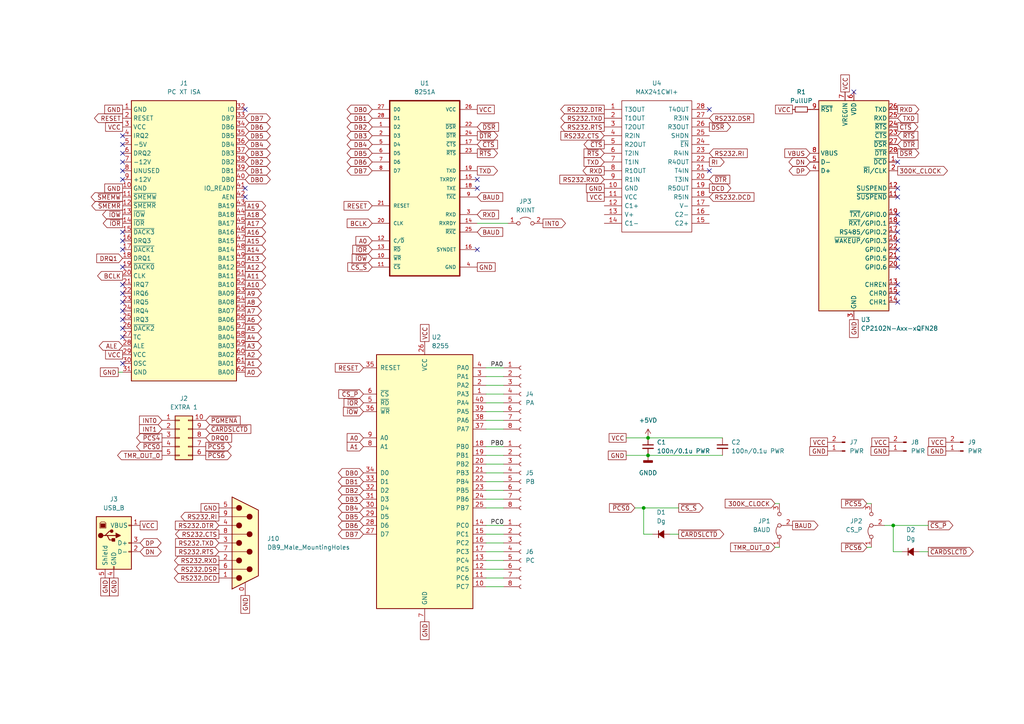
<source format=kicad_sch>
(kicad_sch (version 20211123) (generator eeschema)
  (paper "A4")
  (lib_symbols
    (symbol "8251A:8251A" (pin_names (offset 1.016))
      (property "Reference" "IC" (at -10.16 26.67 0))
      (property "Value" "8251A" (at -10.16 -27.94 0))
      (symbol "8251A_0_0"
        (pin tri_state line (at -15.24 17.78 0) (length 5.08) (name "D2") (number "1"))
        (pin input line (at -15.24 -20.32 0) (length 5.08) (name "~{WR}") (number "10"))
        (pin input line (at -15.24 -22.86 0) (length 5.08) (name "~{CS}") (number "11"))
        (pin input line (at -15.24 -15.24 0) (length 5.08) (name "C/~{D}") (number "12"))
        (pin input line (at -15.24 -17.78 0) (length 5.08) (name "~{RD}") (number "13"))
        (pin output line (at 15.24 -10.16 180) (length 5.08) (name "RXRDY") (number "14"))
        (pin output line (at 15.24 2.54 180) (length 5.08) (name "TXRDY") (number "15"))
        (pin bidirectional line (at 15.24 -17.78 180) (length 5.08) (name "SYNDET") (number "16"))
        (pin input line (at 15.24 12.7 180) (length 5.08) (name "~{CTS}") (number "17"))
        (pin output line (at 15.24 0 180) (length 5.08) (name "TXE") (number "18"))
        (pin output line (at 15.24 5.08 180) (length 5.08) (name "TXD") (number "19"))
        (pin tri_state line (at -15.24 15.24 0) (length 5.08) (name "D3") (number "2"))
        (pin input line (at -15.24 -10.16 0) (length 5.08) (name "CLK") (number "20"))
        (pin input line (at -15.24 -5.08 0) (length 5.08) (name "RESET") (number "21"))
        (pin input line (at 15.24 17.78 180) (length 5.08) (name "~{DSR}") (number "22"))
        (pin output line (at 15.24 10.16 180) (length 5.08) (name "~{RTS}") (number "23"))
        (pin output line (at 15.24 15.24 180) (length 5.08) (name "~{DTR}") (number "24"))
        (pin input line (at 15.24 -12.7 180) (length 5.08) (name "~{RXC}") (number "25"))
        (pin power_in line (at 15.24 22.86 180) (length 5.08) (name "VCC") (number "26"))
        (pin tri_state line (at -15.24 22.86 0) (length 5.08) (name "D0") (number "27"))
        (pin tri_state line (at -15.24 20.32 0) (length 5.08) (name "D1") (number "28"))
        (pin input line (at 15.24 -7.62 180) (length 5.08) (name "RXD") (number "3"))
        (pin power_in line (at 15.24 -22.86 180) (length 5.08) (name "GND") (number "4"))
        (pin tri_state line (at -15.24 12.7 0) (length 5.08) (name "D4") (number "5"))
        (pin tri_state line (at -15.24 10.16 0) (length 5.08) (name "D5") (number "6"))
        (pin tri_state line (at -15.24 7.62 0) (length 5.08) (name "D6") (number "7"))
        (pin tri_state line (at -15.24 5.08 0) (length 5.08) (name "D7") (number "8"))
        (pin input line (at 15.24 -2.54 180) (length 5.08) (name "~{TXC}") (number "9"))
      )
    )
    (symbol "Connector:Bus_ISA_8bit"
      (property "Reference" "J" (at 0 42.545 0))
      (property "Value" "Bus_ISA_8bit" (at 0 -42.545 0))
      (symbol "Bus_ISA_8bit_1_1"
        (pin power_in line (at -17.78 38.1 0) (length 2.54) (name "GND") (number "1"))
        (pin power_in line (at -17.78 15.24 0) (length 2.54) (name "GND") (number "10"))
        (pin output line (at -17.78 12.7 0) (length 2.54) (name "~{SMEMW}") (number "11"))
        (pin output line (at -17.78 10.16 0) (length 2.54) (name "~{SMEMR}") (number "12"))
        (pin output line (at -17.78 7.62 0) (length 2.54) (name "~{IOW}") (number "13"))
        (pin output line (at -17.78 5.08 0) (length 2.54) (name "~{IOR}") (number "14"))
        (pin passive line (at -17.78 2.54 0) (length 2.54) (name "~{DACK3}") (number "15"))
        (pin passive line (at -17.78 0 0) (length 2.54) (name "DRQ3") (number "16"))
        (pin passive line (at -17.78 -2.54 0) (length 2.54) (name "~{DACK1}") (number "17"))
        (pin passive line (at -17.78 -5.08 0) (length 2.54) (name "DRQ1") (number "18"))
        (pin passive line (at -17.78 -7.62 0) (length 2.54) (name "~{DACK0}") (number "19"))
        (pin output line (at -17.78 35.56 0) (length 2.54) (name "RESET") (number "2"))
        (pin output line (at -17.78 -10.16 0) (length 2.54) (name "CLK") (number "20"))
        (pin passive line (at -17.78 -12.7 0) (length 2.54) (name "IRQ7") (number "21"))
        (pin passive line (at -17.78 -15.24 0) (length 2.54) (name "IRQ6") (number "22"))
        (pin passive line (at -17.78 -17.78 0) (length 2.54) (name "IRQ5") (number "23"))
        (pin passive line (at -17.78 -20.32 0) (length 2.54) (name "IRQ4") (number "24"))
        (pin passive line (at -17.78 -22.86 0) (length 2.54) (name "IRQ3") (number "25"))
        (pin passive line (at -17.78 -25.4 0) (length 2.54) (name "~{DACK2}") (number "26"))
        (pin passive line (at -17.78 -27.94 0) (length 2.54) (name "TC") (number "27"))
        (pin output line (at -17.78 -30.48 0) (length 2.54) (name "ALE") (number "28"))
        (pin power_in line (at -17.78 -33.02 0) (length 2.54) (name "VCC") (number "29"))
        (pin power_in line (at -17.78 33.02 0) (length 2.54) (name "VCC") (number "3"))
        (pin output line (at -17.78 -35.56 0) (length 2.54) (name "OSC") (number "30"))
        (pin power_in line (at -17.78 -38.1 0) (length 2.54) (name "GND") (number "31"))
        (pin passive line (at 17.78 38.1 180) (length 2.54) (name "IO") (number "32"))
        (pin tri_state line (at 17.78 35.56 180) (length 2.54) (name "DB7") (number "33"))
        (pin tri_state line (at 17.78 33.02 180) (length 2.54) (name "DB6") (number "34"))
        (pin tri_state line (at 17.78 30.48 180) (length 2.54) (name "DB5") (number "35"))
        (pin tri_state line (at 17.78 27.94 180) (length 2.54) (name "DB4") (number "36"))
        (pin tri_state line (at 17.78 25.4 180) (length 2.54) (name "DB3") (number "37"))
        (pin tri_state line (at 17.78 22.86 180) (length 2.54) (name "DB2") (number "38"))
        (pin tri_state line (at 17.78 20.32 180) (length 2.54) (name "DB1") (number "39"))
        (pin passive line (at -17.78 30.48 0) (length 2.54) (name "IRQ2") (number "4"))
        (pin tri_state line (at 17.78 17.78 180) (length 2.54) (name "DB0") (number "40"))
        (pin passive line (at 17.78 15.24 180) (length 2.54) (name "IO_READY") (number "41"))
        (pin output line (at 17.78 12.7 180) (length 2.54) (name "AEN") (number "42"))
        (pin tri_state line (at 17.78 10.16 180) (length 2.54) (name "BA19") (number "43"))
        (pin tri_state line (at 17.78 7.62 180) (length 2.54) (name "BA18") (number "44"))
        (pin tri_state line (at 17.78 5.08 180) (length 2.54) (name "BA17") (number "45"))
        (pin tri_state line (at 17.78 2.54 180) (length 2.54) (name "BA16") (number "46"))
        (pin tri_state line (at 17.78 0 180) (length 2.54) (name "BA15") (number "47"))
        (pin tri_state line (at 17.78 -2.54 180) (length 2.54) (name "BA14") (number "48"))
        (pin tri_state line (at 17.78 -5.08 180) (length 2.54) (name "BA13") (number "49"))
        (pin power_in line (at -17.78 27.94 0) (length 2.54) (name "-5V") (number "5"))
        (pin tri_state line (at 17.78 -7.62 180) (length 2.54) (name "BA12") (number "50"))
        (pin tri_state line (at 17.78 -10.16 180) (length 2.54) (name "BA11") (number "51"))
        (pin tri_state line (at 17.78 -12.7 180) (length 2.54) (name "BA10") (number "52"))
        (pin tri_state line (at 17.78 -15.24 180) (length 2.54) (name "BA09") (number "53"))
        (pin tri_state line (at 17.78 -17.78 180) (length 2.54) (name "BA08") (number "54"))
        (pin tri_state line (at 17.78 -20.32 180) (length 2.54) (name "BA07") (number "55"))
        (pin tri_state line (at 17.78 -22.86 180) (length 2.54) (name "BA06") (number "56"))
        (pin tri_state line (at 17.78 -25.4 180) (length 2.54) (name "BA05") (number "57"))
        (pin tri_state line (at 17.78 -27.94 180) (length 2.54) (name "BA04") (number "58"))
        (pin tri_state line (at 17.78 -30.48 180) (length 2.54) (name "BA03") (number "59"))
        (pin passive line (at -17.78 25.4 0) (length 2.54) (name "DRQ2") (number "6"))
        (pin tri_state line (at 17.78 -33.02 180) (length 2.54) (name "BA02") (number "60"))
        (pin tri_state line (at 17.78 -35.56 180) (length 2.54) (name "BA01") (number "61"))
        (pin tri_state line (at 17.78 -38.1 180) (length 2.54) (name "BA00") (number "62"))
        (pin power_in line (at -17.78 22.86 0) (length 2.54) (name "-12V") (number "7"))
        (pin passive line (at -17.78 20.32 0) (length 2.54) (name "UNUSED") (number "8"))
        (pin power_in line (at -17.78 17.78 0) (length 2.54) (name "+12V") (number "9"))
      )
    )
    (symbol "Connector:Conn_01x02_Male" (pin_names (offset 1.016) hide)
      (property "Reference" "J" (at 0 2.54 0))
      (property "Value" "Conn_01x02_Male" (at 0 -5.08 0))
      (symbol "Conn_01x02_Male_1_1"
        (pin passive line (at 5.08 0 180) (length 3.81) (name "Pin_1") (number "1"))
        (pin passive line (at 5.08 -2.54 180) (length 3.81) (name "Pin_2") (number "2"))
      )
    )
    (symbol "Connector:Conn_01x08_Female" (pin_names (offset 1.016) hide)
      (property "Reference" "J" (at 0 10.16 0))
      (property "Value" "Conn_01x08_Female" (at 0 -12.7 0))
      (symbol "Conn_01x08_Female_1_1"
        (pin passive line (at -5.08 7.62 0) (length 3.81) (name "Pin_1") (number "1"))
        (pin passive line (at -5.08 5.08 0) (length 3.81) (name "Pin_2") (number "2"))
        (pin passive line (at -5.08 2.54 0) (length 3.81) (name "Pin_3") (number "3"))
        (pin passive line (at -5.08 0 0) (length 3.81) (name "Pin_4") (number "4"))
        (pin passive line (at -5.08 -2.54 0) (length 3.81) (name "Pin_5") (number "5"))
        (pin passive line (at -5.08 -5.08 0) (length 3.81) (name "Pin_6") (number "6"))
        (pin passive line (at -5.08 -7.62 0) (length 3.81) (name "Pin_7") (number "7"))
        (pin passive line (at -5.08 -10.16 0) (length 3.81) (name "Pin_8") (number "8"))
      )
    )
    (symbol "Connector:DB9_Male_MountingHoles" (pin_names (offset 1.016) hide)
      (property "Reference" "J" (at 0 16.51 0))
      (property "Value" "DB9_Male_MountingHoles" (at 0 14.605 0))
      (symbol "DB9_Male_MountingHoles_1_1"
        (pin passive line (at 0 -15.24 90) (length 3.81) (name "PAD") (number "0"))
        (pin passive line (at -7.62 -10.16 0) (length 3.81) (name "1") (number "1"))
        (pin passive line (at -7.62 -5.08 0) (length 3.81) (name "2") (number "2"))
        (pin passive line (at -7.62 0 0) (length 3.81) (name "3") (number "3"))
        (pin passive line (at -7.62 5.08 0) (length 3.81) (name "4") (number "4"))
        (pin passive line (at -7.62 10.16 0) (length 3.81) (name "5") (number "5"))
        (pin passive line (at -7.62 -7.62 0) (length 3.81) (name "6") (number "6"))
        (pin passive line (at -7.62 -2.54 0) (length 3.81) (name "7") (number "7"))
        (pin passive line (at -7.62 2.54 0) (length 3.81) (name "8") (number "8"))
        (pin passive line (at -7.62 7.62 0) (length 3.81) (name "9") (number "9"))
      )
    )
    (symbol "Connector:USB_B" (pin_names (offset 1.016))
      (property "Reference" "J" (at -5.08 11.43 0))
      (property "Value" "USB_B" (at -5.08 8.89 0))
      (symbol "USB_B_1_1"
        (pin power_out line (at 7.62 5.08 180) (length 2.54) (name "VBUS") (number "1"))
        (pin bidirectional line (at 7.62 -2.54 180) (length 2.54) (name "D-") (number "2"))
        (pin bidirectional line (at 7.62 0 180) (length 2.54) (name "D+") (number "3"))
        (pin power_out line (at 0 -10.16 90) (length 2.54) (name "GND") (number "4"))
        (pin passive line (at -2.54 -10.16 90) (length 2.54) (name "Shield") (number "5"))
      )
    )
    (symbol "Connector_Generic:Conn_02x05_Counter_Clockwise" (pin_names (offset 1.016) hide)
      (property "Reference" "J" (at 1.27 7.62 0))
      (property "Value" "Conn_02x05_Counter_Clockwise" (at 1.27 -7.62 0))
      (symbol "Conn_02x05_Counter_Clockwise_1_1"
        (pin passive line (at -5.08 5.08 0) (length 3.81) (name "Pin_1") (number "1"))
        (pin passive line (at 7.62 5.08 180) (length 3.81) (name "Pin_10") (number "10"))
        (pin passive line (at -5.08 2.54 0) (length 3.81) (name "Pin_2") (number "2"))
        (pin passive line (at -5.08 0 0) (length 3.81) (name "Pin_3") (number "3"))
        (pin passive line (at -5.08 -2.54 0) (length 3.81) (name "Pin_4") (number "4"))
        (pin passive line (at -5.08 -5.08 0) (length 3.81) (name "Pin_5") (number "5"))
        (pin passive line (at 7.62 -5.08 180) (length 3.81) (name "Pin_6") (number "6"))
        (pin passive line (at 7.62 -2.54 180) (length 3.81) (name "Pin_7") (number "7"))
        (pin passive line (at 7.62 0 180) (length 3.81) (name "Pin_8") (number "8"))
        (pin passive line (at 7.62 2.54 180) (length 3.81) (name "Pin_9") (number "9"))
      )
    )
    (symbol "Device:C_Small" (pin_numbers hide) (pin_names (offset 0.254) hide)
      (property "Reference" "C" (at 0.254 1.778 0))
      (property "Value" "C_Small" (at 0.254 -2.032 0))
      (symbol "C_Small_1_1"
        (pin passive line (at 0 2.54 270) (length 2.032) (name "~") (number "1"))
        (pin passive line (at 0 -2.54 90) (length 2.032) (name "~") (number "2"))
      )
    )
    (symbol "Device:D_Small_Filled" (pin_numbers hide) (pin_names (offset 0.254) hide)
      (property "Reference" "D" (at -1.27 2.032 0))
      (property "Value" "D_Small_Filled" (at -3.81 -2.032 0))
      (symbol "D_Small_Filled_1_1"
        (pin passive line (at -2.54 0 0) (length 1.778) (name "K") (number "1"))
        (pin passive line (at 2.54 0 180) (length 1.778) (name "A") (number "2"))
      )
    )
    (symbol "Device:R_Small" (pin_numbers hide) (pin_names (offset 0.254) hide)
      (property "Reference" "R" (at 0.762 0.508 0))
      (property "Value" "R_Small" (at 0.762 -1.016 0))
      (symbol "R_Small_1_1"
        (pin passive line (at 0 2.54 270) (length 0.762) (name "~") (number "1"))
        (pin passive line (at 0 -2.54 90) (length 0.762) (name "~") (number "2"))
      )
    )
    (symbol "Interface:8255" (pin_names (offset 1.016))
      (property "Reference" "U" (at -13.97 38.1 0))
      (property "Value" "8255" (at 8.89 38.1 0))
      (symbol "8255_1_1"
        (pin bidirectional line (at 17.78 25.4 180) (length 3.81) (name "PA3") (number "1"))
        (pin bidirectional line (at 17.78 -30.48 180) (length 3.81) (name "PC7") (number "10"))
        (pin bidirectional line (at 17.78 -27.94 180) (length 3.81) (name "PC6") (number "11"))
        (pin bidirectional line (at 17.78 -25.4 180) (length 3.81) (name "PC5") (number "12"))
        (pin bidirectional line (at 17.78 -22.86 180) (length 3.81) (name "PC4") (number "13"))
        (pin bidirectional line (at 17.78 -12.7 180) (length 3.81) (name "PC0") (number "14"))
        (pin bidirectional line (at 17.78 -15.24 180) (length 3.81) (name "PC1") (number "15"))
        (pin bidirectional line (at 17.78 -17.78 180) (length 3.81) (name "PC2") (number "16"))
        (pin bidirectional line (at 17.78 -20.32 180) (length 3.81) (name "PC3") (number "17"))
        (pin bidirectional line (at 17.78 10.16 180) (length 3.81) (name "PB0") (number "18"))
        (pin bidirectional line (at 17.78 7.62 180) (length 3.81) (name "PB1") (number "19"))
        (pin bidirectional line (at 17.78 27.94 180) (length 3.81) (name "PA2") (number "2"))
        (pin bidirectional line (at 17.78 5.08 180) (length 3.81) (name "PB2") (number "20"))
        (pin bidirectional line (at 17.78 2.54 180) (length 3.81) (name "PB3") (number "21"))
        (pin bidirectional line (at 17.78 0 180) (length 3.81) (name "PB4") (number "22"))
        (pin bidirectional line (at 17.78 -2.54 180) (length 3.81) (name "PB5") (number "23"))
        (pin bidirectional line (at 17.78 -5.08 180) (length 3.81) (name "PB6") (number "24"))
        (pin bidirectional line (at 17.78 -7.62 180) (length 3.81) (name "PB7") (number "25"))
        (pin power_in line (at 0 40.64 270) (length 3.81) (name "VCC") (number "26"))
        (pin bidirectional line (at -17.78 -15.24 0) (length 3.81) (name "D7") (number "27"))
        (pin bidirectional line (at -17.78 -12.7 0) (length 3.81) (name "D6") (number "28"))
        (pin bidirectional line (at -17.78 -10.16 0) (length 3.81) (name "D5") (number "29"))
        (pin bidirectional line (at 17.78 30.48 180) (length 3.81) (name "PA1") (number "3"))
        (pin bidirectional line (at -17.78 -7.62 0) (length 3.81) (name "D4") (number "30"))
        (pin bidirectional line (at -17.78 -5.08 0) (length 3.81) (name "D3") (number "31"))
        (pin bidirectional line (at -17.78 -2.54 0) (length 3.81) (name "D2") (number "32"))
        (pin bidirectional line (at -17.78 0 0) (length 3.81) (name "D1") (number "33"))
        (pin bidirectional line (at -17.78 2.54 0) (length 3.81) (name "D0") (number "34"))
        (pin input line (at -17.78 33.02 0) (length 3.81) (name "RESET") (number "35"))
        (pin input line (at -17.78 20.32 0) (length 3.81) (name "~{WR}") (number "36"))
        (pin bidirectional line (at 17.78 15.24 180) (length 3.81) (name "PA7") (number "37"))
        (pin bidirectional line (at 17.78 17.78 180) (length 3.81) (name "PA6") (number "38"))
        (pin bidirectional line (at 17.78 20.32 180) (length 3.81) (name "PA5") (number "39"))
        (pin bidirectional line (at 17.78 33.02 180) (length 3.81) (name "PA0") (number "4"))
        (pin bidirectional line (at 17.78 22.86 180) (length 3.81) (name "PA4") (number "40"))
        (pin input line (at -17.78 22.86 0) (length 3.81) (name "~{RD}") (number "5"))
        (pin input line (at -17.78 25.4 0) (length 3.81) (name "~{CS}") (number "6"))
        (pin power_in line (at 0 -40.64 90) (length 3.81) (name "GND") (number "7"))
        (pin input line (at -17.78 10.16 0) (length 3.81) (name "A1") (number "8"))
        (pin input line (at -17.78 12.7 0) (length 3.81) (name "A0") (number "9"))
      )
    )
    (symbol "Interface_USB:CP2102N-Axx-xQFN28"
      (property "Reference" "U" (at -8.89 31.75 0))
      (property "Value" "CP2102N-Axx-xQFN28" (at 12.7 31.75 0))
      (symbol "CP2102N-Axx-xQFN28_1_1"
        (pin input line (at 12.7 12.7 180) (length 2.54) (name "~{DCD}") (number "1"))
        (pin no_connect line (at -10.16 -27.94 0) (length 2.54) hide (name "NC") (number "10"))
        (pin output line (at 12.7 2.54 180) (length 2.54) (name "~{SUSPEND}") (number "11"))
        (pin output line (at 12.7 5.08 180) (length 2.54) (name "SUSPEND") (number "12"))
        (pin output line (at 12.7 -22.86 180) (length 2.54) (name "CHREN") (number "13"))
        (pin output line (at 12.7 -27.94 180) (length 2.54) (name "CHR1") (number "14"))
        (pin output line (at 12.7 -25.4 180) (length 2.54) (name "CHR0") (number "15"))
        (pin bidirectional line (at 12.7 -10.16 180) (length 2.54) (name "~{WAKEUP}/GPIO.3") (number "16"))
        (pin bidirectional line (at 12.7 -7.62 180) (length 2.54) (name "RS485/GPIO.2") (number "17"))
        (pin bidirectional line (at 12.7 -5.08 180) (length 2.54) (name "~{RXT}/GPIO.1") (number "18"))
        (pin bidirectional line (at 12.7 -2.54 180) (length 2.54) (name "~{TXT}/GPIO.0") (number "19"))
        (pin bidirectional line (at 12.7 10.16 180) (length 2.54) (name "~{RI}/CLK") (number "2"))
        (pin bidirectional line (at 12.7 -17.78 180) (length 2.54) (name "GPIO.6") (number "20"))
        (pin bidirectional line (at 12.7 -15.24 180) (length 2.54) (name "GPIO.5") (number "21"))
        (pin bidirectional line (at 12.7 -12.7 180) (length 2.54) (name "GPIO.4") (number "22"))
        (pin input line (at 12.7 20.32 180) (length 2.54) (name "~{CTS}") (number "23"))
        (pin output line (at 12.7 22.86 180) (length 2.54) (name "~{RTS}") (number "24"))
        (pin input line (at 12.7 25.4 180) (length 2.54) (name "RXD") (number "25"))
        (pin output line (at 12.7 27.94 180) (length 2.54) (name "TXD") (number "26"))
        (pin input line (at 12.7 17.78 180) (length 2.54) (name "~{DSR}") (number "27"))
        (pin output line (at 12.7 15.24 180) (length 2.54) (name "~{DTR}") (number "28"))
        (pin passive line (at 0 -33.02 90) (length 2.54) hide (name "GND") (number "29"))
        (pin power_in line (at 0 -33.02 90) (length 2.54) (name "GND") (number "3"))
        (pin bidirectional line (at -12.7 10.16 0) (length 2.54) (name "D+") (number "4"))
        (pin bidirectional line (at -12.7 12.7 0) (length 2.54) (name "D-") (number "5"))
        (pin power_in line (at 0 33.02 270) (length 2.54) (name "VDD") (number "6"))
        (pin power_in line (at -2.54 33.02 270) (length 2.54) (name "VREGIN") (number "7"))
        (pin input line (at -12.7 15.24 0) (length 2.54) (name "VBUS") (number "8"))
        (pin input line (at -12.7 27.94 0) (length 2.54) (name "~{RST}") (number "9"))
      )
    )
    (symbol "Jumper:Jumper_2_Open" (pin_names (offset 0) hide)
      (property "Reference" "JP" (at 0 2.794 0))
      (property "Value" "Jumper_2_Open" (at 0 -2.286 0))
      (symbol "Jumper_2_Open_1_1"
        (pin passive line (at -5.08 0 0) (length 2.54) (name "A") (number "1"))
        (pin passive line (at 5.08 0 180) (length 2.54) (name "B") (number "2"))
      )
    )
    (symbol "Jumper:Jumper_3_Bridged12" (pin_names (offset 0) hide)
      (property "Reference" "JP" (at -2.54 -2.54 0))
      (property "Value" "Jumper_3_Bridged12" (at 0 2.794 0))
      (symbol "Jumper_3_Bridged12_1_1"
        (pin passive line (at -6.35 0 0) (length 2.54) (name "A") (number "1"))
        (pin passive line (at 0 -3.81 90) (length 2.54) (name "C") (number "2"))
        (pin passive line (at 6.35 0 180) (length 2.54) (name "B") (number "3"))
      )
    )
    (symbol "MAX241CWI+:MAX241CWI+" (pin_names (offset 0.762))
      (property "Reference" "IC" (at 26.67 7.62 0))
      (property "Value" "MAX241CWI+" (at 26.67 5.08 0))
      (symbol "MAX241CWI+_0_0"
        (pin passive line (at 0 0 0) (length 5.08) (name "T3OUT") (number "1"))
        (pin passive line (at 0 -22.86 0) (length 5.08) (name "GND") (number "10"))
        (pin passive line (at 0 -25.4 0) (length 5.08) (name "VCC") (number "11"))
        (pin passive line (at 0 -27.94 0) (length 5.08) (name "C1+") (number "12"))
        (pin passive line (at 0 -30.48 0) (length 5.08) (name "V+") (number "13"))
        (pin passive line (at 0 -33.02 0) (length 5.08) (name "C1-") (number "14"))
        (pin passive line (at 30.48 -33.02 180) (length 5.08) (name "C2+") (number "15"))
        (pin passive line (at 30.48 -30.48 180) (length 5.08) (name "C2-") (number "16"))
        (pin passive line (at 30.48 -27.94 180) (length 5.08) (name "V-") (number "17"))
        (pin passive line (at 30.48 -25.4 180) (length 5.08) (name "R5IN") (number "18"))
        (pin passive line (at 30.48 -22.86 180) (length 5.08) (name "R5OUT") (number "19"))
        (pin passive line (at 0 -2.54 0) (length 5.08) (name "T1OUT") (number "2"))
        (pin passive line (at 30.48 -20.32 180) (length 5.08) (name "T3IN") (number "20"))
        (pin passive line (at 30.48 -17.78 180) (length 5.08) (name "T4IN") (number "21"))
        (pin passive line (at 30.48 -15.24 180) (length 5.08) (name "R4OUT") (number "22"))
        (pin passive line (at 30.48 -12.7 180) (length 5.08) (name "R4IN") (number "23"))
        (pin passive line (at 30.48 -10.16 180) (length 5.08) (name "~{EN}") (number "24"))
        (pin passive line (at 30.48 -7.62 180) (length 5.08) (name "SHDN") (number "25"))
        (pin passive line (at 30.48 -5.08 180) (length 5.08) (name "R3OUT") (number "26"))
        (pin passive line (at 30.48 -2.54 180) (length 5.08) (name "R3IN") (number "27"))
        (pin passive line (at 30.48 0 180) (length 5.08) (name "T4OUT") (number "28"))
        (pin passive line (at 0 -5.08 0) (length 5.08) (name "T2OUT") (number "3"))
        (pin passive line (at 0 -7.62 0) (length 5.08) (name "R2IN") (number "4"))
        (pin passive line (at 0 -10.16 0) (length 5.08) (name "R2OUT") (number "5"))
        (pin passive line (at 0 -12.7 0) (length 5.08) (name "T2IN") (number "6"))
        (pin passive line (at 0 -15.24 0) (length 5.08) (name "T1IN") (number "7"))
        (pin passive line (at 0 -17.78 0) (length 5.08) (name "R1OUT") (number "8"))
        (pin passive line (at 0 -20.32 0) (length 5.08) (name "R1IN") (number "9"))
      )
    )
    (symbol "power:+5VD" (power) (pin_names (offset 0))
      (property "Value" "+5VD" (at 0 3.556 0))
      (symbol "+5VD_1_1"
        (pin power_in line (at 0 0 90) (length 0) hide (name "+5VD") (number "1"))
      )
    )
    (symbol "power:GNDD" (power) (pin_names (offset 0))
      (property "Value" "GNDD" (at 0 -3.175 0))
      (symbol "GNDD_1_1"
        (pin power_in line (at 0 0 270) (length 0) hide (name "GNDD") (number "1"))
      )
    )
  )
  (junction (at 187.96 132.08))
  (junction (at 186.69 147.32))
  (junction (at 259.08 152.4))
  (junction (at 187.96 127))
  (no_connect (at 35.56 87.63))
  (no_connect (at 138.43 72.39))
  (no_connect (at 260.35 87.63))
  (no_connect (at 260.35 85.09))
  (no_connect (at 260.35 82.55))
  (no_connect (at 260.35 77.47))
  (no_connect (at 247.65 26.67))
  (no_connect (at 138.43 52.07))
  (no_connect (at 138.43 54.61))
  (no_connect (at 260.35 64.77))
  (no_connect (at 260.35 62.23))
  (no_connect (at 260.35 57.15))
  (no_connect (at 260.35 54.61))
  (no_connect (at 260.35 74.93))
  (no_connect (at 260.35 72.39))
  (no_connect (at 260.35 69.85))
  (no_connect (at 260.35 67.31))
  (no_connect (at 260.35 46.99))
  (no_connect (at 35.56 41.91))
  (no_connect (at 35.56 52.07))
  (no_connect (at 35.56 95.25))
  (no_connect (at 35.56 69.85))
  (no_connect (at 35.56 72.39))
  (no_connect (at 35.56 97.79))
  (no_connect (at 35.56 85.09))
  (no_connect (at 35.56 67.31))
  (no_connect (at 35.56 39.37))
  (no_connect (at 35.56 44.45))
  (no_connect (at 35.56 92.71))
  (no_connect (at 35.56 105.41))
  (no_connect (at 35.56 49.53))
  (no_connect (at 35.56 90.17))
  (no_connect (at 35.56 46.99))
  (no_connect (at 71.12 57.15))
  (no_connect (at 205.74 31.75))
  (no_connect (at 205.74 49.53))
  (no_connect (at 71.12 54.61))
  (no_connect (at 71.12 31.75))
  (no_connect (at 35.56 77.47))
  (no_connect (at 35.56 82.55))
  (wire (pts (xy 146.05 170.18) (xy 140.97 170.18)))
  (wire (pts (xy 146.05 106.68) (xy 140.97 106.68)))
  (wire (pts (xy 146.05 152.4) (xy 140.97 152.4)))
  (wire (pts (xy 146.05 129.54) (xy 140.97 129.54)))
  (wire (pts (xy 224.79 146.05) (xy 226.06 146.05)))
  (wire (pts (xy 34.29 107.95) (xy 35.56 107.95)))
  (wire (pts (xy 181.61 127) (xy 187.96 127)))
  (wire (pts (xy 266.7 160.02) (xy 269.24 160.02)))
  (wire (pts (xy 184.15 147.32) (xy 186.69 147.32)))
  (wire (pts (xy 146.05 165.1) (xy 140.97 165.1)))
  (wire (pts (xy 187.96 127) (xy 209.55 127)))
  (wire (pts (xy 146.05 144.78) (xy 140.97 144.78)))
  (wire (pts (xy 261.62 160.02) (xy 259.08 160.02)))
  (wire (pts (xy 146.05 116.84) (xy 140.97 116.84)))
  (wire (pts (xy 146.05 142.24) (xy 140.97 142.24)))
  (wire (pts (xy 146.05 111.76) (xy 140.97 111.76)))
  (wire (pts (xy 224.79 158.75) (xy 226.06 158.75)))
  (wire (pts (xy 146.05 124.46) (xy 140.97 124.46)))
  (wire (pts (xy 251.46 146.05) (xy 252.73 146.05)))
  (wire (pts (xy 146.05 160.02) (xy 140.97 160.02)))
  (wire (pts (xy 146.05 109.22) (xy 140.97 109.22)))
  (wire (pts (xy 181.61 132.08) (xy 187.96 132.08)))
  (wire (pts (xy 187.96 132.08) (xy 209.55 132.08)))
  (wire (pts (xy 146.05 114.3) (xy 140.97 114.3)))
  (wire (pts (xy 146.05 134.62) (xy 140.97 134.62)))
  (wire (pts (xy 138.43 64.77) (xy 147.32 64.77)))
  (wire (pts (xy 146.05 121.92) (xy 140.97 121.92)))
  (wire (pts (xy 189.23 154.94) (xy 186.69 154.94)))
  (wire (pts (xy 186.69 154.94) (xy 186.69 147.32)))
  (wire (pts (xy 146.05 119.38) (xy 140.97 119.38)))
  (wire (pts (xy 256.54 152.4) (xy 259.08 152.4)))
  (wire (pts (xy 146.05 157.48) (xy 140.97 157.48)))
  (wire (pts (xy 194.31 154.94) (xy 196.85 154.94)))
  (wire (pts (xy 259.08 160.02) (xy 259.08 152.4)))
  (wire (pts (xy 259.08 152.4) (xy 269.24 152.4)))
  (wire (pts (xy 186.69 147.32) (xy 196.85 147.32)))
  (wire (pts (xy 146.05 167.64) (xy 140.97 167.64)))
  (wire (pts (xy 146.05 154.94) (xy 140.97 154.94)))
  (wire (pts (xy 146.05 139.7) (xy 140.97 139.7)))
  (wire (pts (xy 146.05 147.32) (xy 140.97 147.32)))
  (wire (pts (xy 146.05 132.08) (xy 140.97 132.08)))
  (wire (pts (xy 251.46 158.75) (xy 252.73 158.75)))
  (wire (pts (xy 146.05 137.16) (xy 140.97 137.16)))
  (wire (pts (xy 146.05 162.56) (xy 140.97 162.56)))
  (label "PB0" (at 142.24 129.54 0))
  (label "PC0" (at 142.24 152.4 0))
  (label "PA0" (at 142.24 106.68 0))
  (global_label "DB0" (shape bidirectional) (at 107.95 31.75 180) (property "Intersheet References" "${INTERSHEET_REFS}" (effects hide)))
  (global_label "DB5" (shape bidirectional) (at 105.41 149.86 180) (property "Intersheet References" "${INTERSHEET_REFS}" (effects hide)))
  (global_label "A19" (shape output) (at 71.12 59.69 0) (property "Intersheet References" "${INTERSHEET_REFS}" (effects hide)))
  (global_label "RS232.DCD" (shape output) (at 63.5 167.64 180) (property "Intersheet References" "${INTERSHEET_REFS}" (effects hide)))
  (global_label "~{IOW}" (shape input) (at 105.41 119.38 180) (property "Intersheet References" "${INTERSHEET_REFS}" (effects hide)))
  (global_label "DB7" (shape bidirectional) (at 107.95 49.53 180) (property "Intersheet References" "${INTERSHEET_REFS}" (effects hide)))
  (global_label "A3" (shape output) (at 71.12 100.33 0) (property "Intersheet References" "${INTERSHEET_REFS}" (effects hide)))
  (global_label "DB5" (shape bidirectional) (at 107.95 44.45 180) (property "Intersheet References" "${INTERSHEET_REFS}" (effects hide)))
  (global_label "VBUS" (shape input) (at 234.95 44.45 180) (property "Intersheet References" "${INTERSHEET_REFS}" (effects hide)))
  (global_label "DB3" (shape bidirectional) (at 107.95 39.37 180) (property "Intersheet References" "${INTERSHEET_REFS}" (effects hide)))
  (global_label "GND" (shape passive) (at 35.56 54.61 180) (property "Intersheet References" "${INTERSHEET_REFS}" (effects hide)))
  (global_label "~{DSR}" (shape output) (at 260.35 44.45 0) (property "Intersheet References" "${INTERSHEET_REFS}" (effects hide)))
  (global_label "RS232.RTS" (shape input) (at 63.5 160.02 180) (property "Intersheet References" "${INTERSHEET_REFS}" (effects hide)))
  (global_label "A0" (shape input) (at 105.41 127 180) (property "Intersheet References" "${INTERSHEET_REFS}" (effects hide)))
  (global_label "VCC" (shape passive) (at 240.03 128.27 180) (property "Intersheet References" "${INTERSHEET_REFS}" (effects hide)))
  (global_label "BAUD" (shape output) (at 229.87 152.4 0) (property "Intersheet References" "${INTERSHEET_REFS}" (effects hide)))
  (global_label "RS232.DTR" (shape output) (at 175.26 31.75 180) (property "Intersheet References" "${INTERSHEET_REFS}" (effects hide)))
  (global_label "RS232.CTS" (shape input) (at 175.26 39.37 180) (property "Intersheet References" "${INTERSHEET_REFS}" (effects hide)))
  (global_label "A12" (shape output) (at 71.12 77.47 0) (property "Intersheet References" "${INTERSHEET_REFS}" (effects hide)))
  (global_label "GND" (shape passive) (at 138.43 77.47 0) (property "Intersheet References" "${INTERSHEET_REFS}" (effects hide)))
  (global_label "RS232.DCD" (shape input) (at 205.74 57.15 0) (property "Intersheet References" "${INTERSHEET_REFS}" (effects hide)))
  (global_label "TMR_OUT_0" (shape input) (at 224.79 158.75 180) (property "Intersheet References" "${INTERSHEET_REFS}" (effects hide)))
  (global_label "GND" (shape passive) (at 33.02 167.64 270) (property "Intersheet References" "${INTERSHEET_REFS}" (effects hide)))
  (global_label "DB4" (shape bidirectional) (at 107.95 41.91 180) (property "Intersheet References" "${INTERSHEET_REFS}" (effects hide)))
  (global_label "~{PCS5}" (shape output) (at 59.69 129.54 0) (property "Intersheet References" "${INTERSHEET_REFS}" (effects hide)))
  (global_label "A0" (shape output) (at 71.12 107.95 0) (property "Intersheet References" "${INTERSHEET_REFS}" (effects hide)))
  (global_label "GND" (shape passive) (at 240.03 130.81 180) (property "Intersheet References" "${INTERSHEET_REFS}" (effects hide)))
  (global_label "~{CTS}" (shape output) (at 260.35 36.83 0) (property "Intersheet References" "${INTERSHEET_REFS}" (effects hide)))
  (global_label "DB2" (shape bidirectional) (at 107.95 36.83 180) (property "Intersheet References" "${INTERSHEET_REFS}" (effects hide)))
  (global_label "BCLK" (shape output) (at 35.56 80.01 180) (property "Intersheet References" "${INTERSHEET_REFS}" (effects hide)))
  (global_label "VCC" (shape passive) (at 138.43 31.75 0) (property "Intersheet References" "${INTERSHEET_REFS}" (effects hide)))
  (global_label "DRQ1" (shape input) (at 35.56 74.93 180) (property "Intersheet References" "${INTERSHEET_REFS}" (effects hide)))
  (global_label "VCC" (shape passive) (at 274.32 128.27 180) (property "Intersheet References" "${INTERSHEET_REFS}" (effects hide)))
  (global_label "DB2" (shape bidirectional) (at 71.12 46.99 0) (property "Intersheet References" "${INTERSHEET_REFS}" (effects hide)))
  (global_label "DB6" (shape bidirectional) (at 107.95 46.99 180) (property "Intersheet References" "${INTERSHEET_REFS}" (effects hide)))
  (global_label "~{CARDSLCTD}" (shape output) (at 196.85 154.94 0) (property "Intersheet References" "${INTERSHEET_REFS}" (effects hide)))
  (global_label "~{CTS}" (shape output) (at 175.26 41.91 180) (property "Intersheet References" "${INTERSHEET_REFS}" (effects hide)))
  (global_label "A8" (shape output) (at 71.12 87.63 0) (property "Intersheet References" "${INTERSHEET_REFS}" (effects hide)))
  (global_label "GND" (shape passive) (at 30.48 167.64 270) (property "Intersheet References" "${INTERSHEET_REFS}" (effects hide)))
  (global_label "DB1" (shape bidirectional) (at 107.95 34.29 180) (property "Intersheet References" "${INTERSHEET_REFS}" (effects hide)))
  (global_label "VCC" (shape passive) (at 257.81 128.27 180) (property "Intersheet References" "${INTERSHEET_REFS}" (effects hide)))
  (global_label "TXD" (shape input) (at 260.35 34.29 0) (property "Intersheet References" "${INTERSHEET_REFS}" (effects hide)))
  (global_label "A10" (shape output) (at 71.12 82.55 0) (property "Intersheet References" "${INTERSHEET_REFS}" (effects hide)))
  (global_label "A9" (shape output) (at 71.12 85.09 0) (property "Intersheet References" "${INTERSHEET_REFS}" (effects hide)))
  (global_label "RS232.DSR" (shape output) (at 63.5 165.1 180) (property "Intersheet References" "${INTERSHEET_REFS}" (effects hide)))
  (global_label "~{IOR}" (shape input) (at 107.95 72.39 180) (property "Intersheet References" "${INTERSHEET_REFS}" (effects hide)))
  (global_label "GND" (shape passive) (at 175.26 54.61 180) (property "Intersheet References" "${INTERSHEET_REFS}" (effects hide)))
  (global_label "RS232.DTR" (shape input) (at 63.5 152.4 180) (property "Intersheet References" "${INTERSHEET_REFS}" (effects hide)))
  (global_label "~{PCS5}" (shape input) (at 251.46 146.05 180) (property "Intersheet References" "${INTERSHEET_REFS}" (effects hide)))
  (global_label "RS232.TXD" (shape output) (at 175.26 34.29 180) (property "Intersheet References" "${INTERSHEET_REFS}" (effects hide)))
  (global_label "~{CTS}" (shape input) (at 138.43 41.91 0) (property "Intersheet References" "${INTERSHEET_REFS}" (effects hide)))
  (global_label "GND" (shape passive) (at 71.12 172.72 270) (property "Intersheet References" "${INTERSHEET_REFS}" (effects hide)))
  (global_label "DN" (shape bidirectional) (at 40.64 160.02 0) (property "Intersheet References" "${INTERSHEET_REFS}" (effects hide)))
  (global_label "A0" (shape input) (at 107.95 69.85 180) (property "Intersheet References" "${INTERSHEET_REFS}" (effects hide)))
  (global_label "~{DSR}" (shape input) (at 138.43 36.83 0) (property "Intersheet References" "${INTERSHEET_REFS}" (effects hide)))
  (global_label "A18" (shape output) (at 71.12 62.23 0) (property "Intersheet References" "${INTERSHEET_REFS}" (effects hide)))
  (global_label "VCC" (shape passive) (at 245.11 26.67 90) (property "Intersheet References" "${INTERSHEET_REFS}" (effects hide)))
  (global_label "300K_CLOCK" (shape output) (at 260.35 49.53 0) (property "Intersheet References" "${INTERSHEET_REFS}" (effects hide)))
  (global_label "RXD" (shape input) (at 138.43 62.23 0) (property "Intersheet References" "${INTERSHEET_REFS}" (effects hide)))
  (global_label "~{RTS}" (shape input) (at 260.35 39.37 0) (property "Intersheet References" "${INTERSHEET_REFS}" (effects hide)))
  (global_label "GND" (shape passive) (at 181.61 132.08 180) (property "Intersheet References" "${INTERSHEET_REFS}" (effects hide)))
  (global_label "GND" (shape passive) (at 274.32 130.81 180) (property "Intersheet References" "${INTERSHEET_REFS}" (effects hide)))
  (global_label "RS232.RI" (shape output) (at 63.5 149.86 180) (property "Intersheet References" "${INTERSHEET_REFS}" (effects hide)))
  (global_label "~{DSR}" (shape output) (at 205.74 36.83 0) (property "Intersheet References" "${INTERSHEET_REFS}" (effects hide)))
  (global_label "DP" (shape bidirectional) (at 234.95 49.53 180) (property "Intersheet References" "${INTERSHEET_REFS}" (effects hide)))
  (global_label "~{DTR}" (shape output) (at 138.43 39.37 0) (property "Intersheet References" "${INTERSHEET_REFS}" (effects hide)))
  (global_label "VCC" (shape passive) (at 181.61 127 180) (property "Intersheet References" "${INTERSHEET_REFS}" (effects hide)))
  (global_label "RESET" (shape output) (at 35.56 34.29 180) (property "Intersheet References" "${INTERSHEET_REFS}" (effects hide)))
  (global_label "~{CS_P}" (shape output) (at 269.24 152.4 0) (property "Intersheet References" "${INTERSHEET_REFS}" (effects hide)))
  (global_label "VCC" (shape passive) (at 35.56 36.83 180) (property "Intersheet References" "${INTERSHEET_REFS}" (effects hide)))
  (global_label "RI" (shape output) (at 205.74 46.99 0) (property "Intersheet References" "${INTERSHEET_REFS}" (effects hide)))
  (global_label "ALE" (shape bidirectional) (at 35.56 100.33 180) (property "Intersheet References" "${INTERSHEET_REFS}" (effects hide)))
  (global_label "~{PCS6}" (shape output) (at 59.69 132.08 0) (property "Intersheet References" "${INTERSHEET_REFS}" (effects hide)))
  (global_label "GND" (shape passive) (at 247.65 92.71 270) (property "Intersheet References" "${INTERSHEET_REFS}" (effects hide)))
  (global_label "RS232.RI" (shape input) (at 205.74 44.45 0) (property "Intersheet References" "${INTERSHEET_REFS}" (effects hide)))
  (global_label "TXD" (shape input) (at 175.26 46.99 180) (property "Intersheet References" "${INTERSHEET_REFS}" (effects hide)))
  (global_label "~{DTR}" (shape input) (at 205.74 52.07 0) (property "Intersheet References" "${INTERSHEET_REFS}" (effects hide)))
  (global_label "~{PCS0}" (shape input) (at 184.15 147.32 180) (property "Intersheet References" "${INTERSHEET_REFS}" (effects hide)))
  (global_label "DB0" (shape bidirectional) (at 71.12 52.07 0) (property "Intersheet References" "${INTERSHEET_REFS}" (effects hide)))
  (global_label "GND" (shape passive) (at 123.19 180.34 270) (property "Intersheet References" "${INTERSHEET_REFS}" (effects hide)))
  (global_label "DB7" (shape bidirectional) (at 71.12 34.29 0) (property "Intersheet References" "${INTERSHEET_REFS}" (effects hide)))
  (global_label "GND" (shape passive) (at 34.29 107.95 180) (property "Intersheet References" "${INTERSHEET_REFS}" (effects hide)))
  (global_label "BAUD" (shape input) (at 138.43 67.31 0) (property "Intersheet References" "${INTERSHEET_REFS}" (effects hide)))
  (global_label "A15" (shape output) (at 71.12 69.85 0) (property "Intersheet References" "${INTERSHEET_REFS}" (effects hide)))
  (global_label "DB6" (shape bidirectional) (at 105.41 152.4 180) (property "Intersheet References" "${INTERSHEET_REFS}" (effects hide)))
  (global_label "DN" (shape bidirectional) (at 234.95 46.99 180) (property "Intersheet References" "${INTERSHEET_REFS}" (effects hide)))
  (global_label "A14" (shape output) (at 71.12 72.39 0) (property "Intersheet References" "${INTERSHEET_REFS}" (effects hide)))
  (global_label "RS232.DSR" (shape input) (at 205.74 34.29 0) (property "Intersheet References" "${INTERSHEET_REFS}" (effects hide)))
  (global_label "A17" (shape output) (at 71.12 64.77 0) (property "Intersheet References" "${INTERSHEET_REFS}" (effects hide)))
  (global_label "DB7" (shape bidirectional) (at 105.41 154.94 180) (property "Intersheet References" "${INTERSHEET_REFS}" (effects hide)))
  (global_label "~{RTS}" (shape input) (at 175.26 44.45 180) (property "Intersheet References" "${INTERSHEET_REFS}" (effects hide)))
  (global_label "DCD" (shape output) (at 205.74 54.61 0) (property "Intersheet References" "${INTERSHEET_REFS}" (effects hide)))
  (global_label "BAUD" (shape input) (at 138.43 57.15 0) (property "Intersheet References" "${INTERSHEET_REFS}" (effects hide)))
  (global_label "RS232.TXD" (shape input) (at 63.5 157.48 180) (property "Intersheet References" "${INTERSHEET_REFS}" (effects hide)))
  (global_label "RESET" (shape input) (at 105.41 106.68 180) (property "Intersheet References" "${INTERSHEET_REFS}" (effects hide)))
  (global_label "A6" (shape output) (at 71.12 92.71 0) (property "Intersheet References" "${INTERSHEET_REFS}" (effects hide)))
  (global_label "RS232.RTS" (shape output) (at 175.26 36.83 180) (property "Intersheet References" "${INTERSHEET_REFS}" (effects hide)))
  (global_label "VCC" (shape passive) (at 40.64 152.4 0) (property "Intersheet References" "${INTERSHEET_REFS}" (effects hide)))
  (global_label "RS232.RXD" (shape output) (at 63.5 162.56 180) (property "Intersheet References" "${INTERSHEET_REFS}" (effects hide)))
  (global_label "~{IOW}" (shape input) (at 107.95 74.93 180) (property "Intersheet References" "${INTERSHEET_REFS}" (effects hide)))
  (global_label "DB3" (shape bidirectional) (at 105.41 144.78 180) (property "Intersheet References" "${INTERSHEET_REFS}" (effects hide)))
  (global_label "DB4" (shape bidirectional) (at 71.12 41.91 0) (property "Intersheet References" "${INTERSHEET_REFS}" (effects hide)))
  (global_label "TMR_OUT_0" (shape output) (at 46.99 132.08 180) (property "Intersheet References" "${INTERSHEET_REFS}" (effects hide)))
  (global_label "INT1" (shape input) (at 46.99 124.46 180) (property "Intersheet References" "${INTERSHEET_REFS}" (effects hide)))
  (global_label "DB5" (shape bidirectional) (at 71.12 39.37 0) (property "Intersheet References" "${INTERSHEET_REFS}" (effects hide)))
  (global_label "DB4" (shape bidirectional) (at 105.41 147.32 180) (property "Intersheet References" "${INTERSHEET_REFS}" (effects hide)))
  (global_label "~{CS_S}" (shape input) (at 107.95 77.47 180) (property "Intersheet References" "${INTERSHEET_REFS}" (effects hide)))
  (global_label "GND" (shape passive) (at 35.56 31.75 180) (property "Intersheet References" "${INTERSHEET_REFS}" (effects hide)))
  (global_label "RS232.CTS" (shape output) (at 63.5 154.94 180) (property "Intersheet References" "${INTERSHEET_REFS}" (effects hide)))
  (global_label "DRQ0" (shape input) (at 59.69 127 0) (property "Intersheet References" "${INTERSHEET_REFS}" (effects hide)))
  (global_label "DP" (shape bidirectional) (at 40.64 157.48 0) (property "Intersheet References" "${INTERSHEET_REFS}" (effects hide)))
  (global_label "DB0" (shape bidirectional) (at 105.41 137.16 180) (property "Intersheet References" "${INTERSHEET_REFS}" (effects hide)))
  (global_label "~{SMEMR}" (shape output) (at 35.56 59.69 180) (property "Intersheet References" "${INTERSHEET_REFS}" (effects hide)))
  (global_label "GND" (shape passive) (at 257.81 130.81 180) (property "Intersheet References" "${INTERSHEET_REFS}" (effects hide)))
  (global_label "~{IOR}" (shape input) (at 105.41 116.84 180) (property "Intersheet References" "${INTERSHEET_REFS}" (effects hide)))
  (global_label "~{PGMENA}" (shape input) (at 59.69 121.92 0) (property "Intersheet References" "${INTERSHEET_REFS}" (effects hide)))
  (global_label "A4" (shape output) (at 71.12 97.79 0) (property "Intersheet References" "${INTERSHEET_REFS}" (effects hide)))
  (global_label "RESET" (shape input) (at 107.95 59.69 180) (property "Intersheet References" "${INTERSHEET_REFS}" (effects hide)))
  (global_label "~{PCS6}" (shape input) (at 251.46 158.75 180) (property "Intersheet References" "${INTERSHEET_REFS}" (effects hide)))
  (global_label "~{CARDSLCTD}" (shape input) (at 59.69 124.46 0) (property "Intersheet References" "${INTERSHEET_REFS}" (effects hide)))
  (global_label "300K_CLOCK" (shape input) (at 224.79 146.05 180) (property "Intersheet References" "${INTERSHEET_REFS}" (effects hide)))
  (global_label "DB1" (shape bidirectional) (at 105.41 139.7 180) (property "Intersheet References" "${INTERSHEET_REFS}" (effects hide)))
  (global_label "A13" (shape output) (at 71.12 74.93 0) (property "Intersheet References" "${INTERSHEET_REFS}" (effects hide)))
  (global_label "A11" (shape output) (at 71.12 80.01 0) (property "Intersheet References" "${INTERSHEET_REFS}" (effects hide)))
  (global_label "DB6" (shape bidirectional) (at 71.12 36.83 0) (property "Intersheet References" "${INTERSHEET_REFS}" (effects hide)))
  (global_label "BCLK" (shape input) (at 107.95 64.77 180) (property "Intersheet References" "${INTERSHEET_REFS}" (effects hide)))
  (global_label "DB1" (shape bidirectional) (at 71.12 49.53 0) (property "Intersheet References" "${INTERSHEET_REFS}" (effects hide)))
  (global_label "~{CARDSLCTD}" (shape output) (at 269.24 160.02 0) (property "Intersheet References" "${INTERSHEET_REFS}" (effects hide)))
  (global_label "~{DTR}" (shape input) (at 260.35 41.91 0) (property "Intersheet References" "${INTERSHEET_REFS}" (effects hide)))
  (global_label "A1" (shape input) (at 105.41 129.54 180) (property "Intersheet References" "${INTERSHEET_REFS}" (effects hide)))
  (global_label "GND" (shape passive) (at 63.5 147.32 180) (property "Intersheet References" "${INTERSHEET_REFS}" (effects hide)))
  (global_label "~{CS_P}" (shape input) (at 105.41 114.3 180) (property "Intersheet References" "${INTERSHEET_REFS}" (effects hide)))
  (global_label "~{PCS0}" (shape output) (at 46.99 129.54 180) (property "Intersheet References" "${INTERSHEET_REFS}" (effects hide)))
  (global_label "RXD" (shape output) (at 175.26 49.53 180) (property "Intersheet References" "${INTERSHEET_REFS}" (effects hide)))
  (global_label "A2" (shape output) (at 71.12 102.87 0) (property "Intersheet References" "${INTERSHEET_REFS}" (effects hide)))
  (global_label "INT0" (shape input) (at 46.99 121.92 180) (property "Intersheet References" "${INTERSHEET_REFS}" (effects hide)))
  (global_label "VCC" (shape passive) (at 123.19 99.06 90) (property "Intersheet References" "${INTERSHEET_REFS}" (effects hide)))
  (global_label "RXD" (shape output) (at 260.35 31.75 0) (property "Intersheet References" "${INTERSHEET_REFS}" (effects hide)))
  (global_label "~{RTS}" (shape output) (at 138.43 44.45 0) (property "Intersheet References" "${INTERSHEET_REFS}" (effects hide)))
  (global_label "VCC" (shape passive) (at 229.87 31.75 180) (property "Intersheet References" "${INTERSHEET_REFS}" (effects hide)))
  (global_label "VCC" (shape passive) (at 35.56 102.87 180) (property "Intersheet References" "${INTERSHEET_REFS}" (effects hide)))
  (global_label "INT0" (shape output) (at 157.48 64.77 0) (property "Intersheet References" "${INTERSHEET_REFS}" (effects hide)))
  (global_label "A5" (shape output) (at 71.12 95.25 0) (property "Intersheet References" "${INTERSHEET_REFS}" (effects hide)))
  (global_label "A1" (shape output) (at 71.12 105.41 0) (property "Intersheet References" "${INTERSHEET_REFS}" (effects hide)))
  (global_label "RS232.RXD" (shape input) (at 175.26 52.07 180) (property "Intersheet References" "${INTERSHEET_REFS}" (effects hide)))
  (global_label "~{IOR}" (shape output) (at 35.56 64.77 180) (property "Intersheet References" "${INTERSHEET_REFS}" (effects hide)))
  (global_label "~{PCS4}" (shape output) (at 46.99 127 180) (property "Intersheet References" "${INTERSHEET_REFS}" (effects hide)))
  (global_label "~{SMEMW}" (shape output) (at 35.56 57.15 180) (property "Intersheet References" "${INTERSHEET_REFS}" (effects hide)))
  (global_label "A7" (shape output) (at 71.12 90.17 0) (property "Intersheet References" "${INTERSHEET_REFS}" (effects hide)))
  (global_label "A16" (shape output) (at 71.12 67.31 0) (property "Intersheet References" "${INTERSHEET_REFS}" (effects hide)))
  (global_label "TXD" (shape output) (at 138.43 49.53 0) (property "Intersheet References" "${INTERSHEET_REFS}" (effects hide)))
  (global_label "VCC" (shape passive) (at 175.26 57.15 180) (property "Intersheet References" "${INTERSHEET_REFS}" (effects hide)))
  (global_label "DB2" (shape bidirectional) (at 105.41 142.24 180) (property "Intersheet References" "${INTERSHEET_REFS}" (effects hide)))
  (global_label "DB3" (shape bidirectional) (at 71.12 44.45 0) (property "Intersheet References" "${INTERSHEET_REFS}" (effects hide)))
  (global_label "~{CS_S}" (shape output) (at 196.85 147.32 0) (property "Intersheet References" "${INTERSHEET_REFS}" (effects hide)))
  (global_label "~{IOW}" (shape output) (at 35.56 62.23 180) (property "Intersheet References" "${INTERSHEET_REFS}" (effects hide)))
  (symbol (lib_id "Interface_USB:CP2102N-Axx-xQFN28") (at 247.65 59.69 0) (unit 1)
    (property "Reference" "U3" (at 249.6694 92.71 0) (effects (justify left)))
    (property "Value" "CP2102N-Axx-xQFN28" (at 249.6694 95.25 0) (effects (justify left)))
    (property "Footprint" "Package_DFN_QFN:QFN-28-1EP_5x5mm_P0.5mm_EP3.35x3.35mm" (effects hide))
    (property "Datasheet" "https://www.silabs.com/documents/public/data-sheets/cp2102n-datasheet.pdf" (effects hide))
  )
  (symbol (lib_id "Connector:Conn_01x08_Female") (at 151.13 137.16 0) (unit 1)
    (property "Reference" "J5" (at 152.4 137.1599 0) (effects (justify left)))
    (property "Value" "PB" (at 152.4 139.6999 0) (effects (justify left)))
    (property "Footprint" "Connector_PinHeader_2.54mm:PinHeader_1x08_P2.54mm_Vertical" (effects hide))
  )
  (symbol (lib_id "Connector:Conn_01x08_Female") (at 151.13 160.02 0) (unit 1)
    (property "Reference" "J6" (at 152.4 160.0199 0) (effects (justify left)))
    (property "Value" "PC" (at 152.4 162.5599 0) (effects (justify left)))
    (property "Footprint" "Connector_PinHeader_2.54mm:PinHeader_1x08_P2.54mm_Vertical" (effects hide))
  )
  (symbol (lib_id "Device:D_Small_Filled") (at 264.16 160.02 0) (unit 1)
    (property "Reference" "D2" (at 264.16 153.67 0))
    (property "Value" "Dg" (at 264.16 156.21 0))
    (property "Footprint" "Diode_SMD:D_SOD-323_HandSoldering" (effects hide))
    (property "Datasheet" "https://www.mouser.co.uk/datasheet/2/258/BAV19WS_BAV21WS_SOD_323_-2510325.pdf" (effects hide))
  )
  (symbol (lib_id "Jumper:Jumper_2_Open") (at 152.4 64.77 0) (unit 1)
    (property "Reference" "JP3" (at 152.4 58.42 0))
    (property "Value" "RXINT" (at 152.4 60.96 0))
    (property "Footprint" "Jumper:SolderJumper-2_P1.3mm_Open_RoundedPad1.0x1.5mm" (effects hide))
  )
  (symbol (lib_id "Device:C_Small") (at 209.55 129.54 0) (unit 1)
    (property "Reference" "C2" (at 212.09 128.2762 0) (effects (justify left)))
    (property "Value" "100n/0.1u PWR" (at 212.09 130.8162 0) (effects (justify left)))
    (property "Footprint" "Capacitor_SMD:C_1206_3216Metric_Pad1.33x1.80mm_HandSolder" (effects hide))
    (property "Mouser Part Number" "80-C1206X104G4HACTU" (effects hide))
  )
  (symbol (lib_id "Connector:Conn_01x02_Male") (at 245.11 130.81 180) (unit 1)
    (property "Reference" "J7" (at 246.38 128.2699 0) (effects (justify right)))
    (property "Value" "PWR" (at 246.38 130.8099 0) (effects (justify right)))
    (property "Footprint" "Connector_PinHeader_2.54mm:PinHeader_1x02_P2.54mm_Vertical" (effects hide))
  )
  (symbol (lib_id "Device:C_Small") (at 187.96 129.54 0) (unit 1)
    (property "Reference" "C1" (at 190.5 128.2762 0) (effects (justify left)))
    (property "Value" "100n/0.1u PWR" (at 190.5 130.8162 0) (effects (justify left)))
    (property "Footprint" "Capacitor_SMD:C_1206_3216Metric_Pad1.33x1.80mm_HandSolder" (effects hide))
    (property "Mouser Part Number" "80-C1206X104G4HACTU" (effects hide))
  )
  (symbol (lib_id "Connector:Conn_01x02_Male") (at 262.89 130.81 180) (unit 1)
    (property "Reference" "J8" (at 264.16 128.2699 0) (effects (justify right)))
    (property "Value" "PWR" (at 264.16 130.8099 0) (effects (justify right)))
    (property "Footprint" "Connector_PinHeader_2.54mm:PinHeader_1x02_P2.54mm_Vertical" (effects hide))
  )
  (symbol (lib_id "Connector_Generic:Conn_02x05_Counter_Clockwise") (at 52.07 127 0) (unit 1)
    (property "Reference" "J2" (at 53.34 115.57 0))
    (property "Value" "EXTRA 1" (at 53.34 118.11 0))
    (property "Footprint" "ISA-X:80188 EXTRA" (effects hide))
  )
  (symbol (lib_id "Interface:8255") (at 123.19 139.7 0) (unit 1)
    (property "Reference" "U2" (at 125.2094 97.79 0) (effects (justify left)))
    (property "Value" "8255" (at 125.2094 100.33 0) (effects (justify left)))
    (property "Footprint" "Package_DIP:DIP-40_W15.24mm_Socket" (effects hide))
    (property "Datasheet" "http://aturing.umcs.maine.edu/~meadow/courses/cos335/Intel8255A.pdf" (effects hide))
  )
  (symbol (lib_id "8251A:8251A") (at 123.19 54.61 0) (unit 1)
    (property "Reference" "U1" (at 123.19 24.13 0))
    (property "Value" "8251A" (at 123.19 26.67 0))
    (property "Footprint" "Package_DIP:DIP-28_W15.24mm_Socket" (effects hide))
    (property "OC_FARNELL" "unknown" (effects hide))
    (property "OC_NEWARK" "unknown" (effects hide))
  )
  (symbol (lib_id "Connector:Bus_ISA_8bit") (at 53.34 69.85 0) (unit 1)
    (property "Reference" "J1" (at 53.34 24.13 0))
    (property "Value" "PC XT ISA" (at 53.34 26.67 0))
    (property "Footprint" "ISA-X:ISA-X" (effects hide))
    (property "Datasheet" "https://en.wikipedia.org/wiki/Industry_Standard_Architecture" (effects hide))
  )
  (symbol (lib_id "Device:R_Small") (at 232.41 31.75 90) (unit 1)
    (property "Reference" "R1" (at 232.41 26.67 90))
    (property "Value" "PullUP" (at 232.41 29.21 90))
    (property "Footprint" "Resistor_SMD:R_1206_3216Metric_Pad1.30x1.75mm_HandSolder" (effects hide))
    (property "Description" "1206 SMD 20 Kohms" (effects hide))
    (property "Mouser Part Number" "71-RCC120620K0FKEA" (effects hide))
  )
  (symbol (lib_id "power:GNDD") (at 187.96 132.08 0) (unit 1)
    (property "Reference" "#PWR0101" (effects hide))
    (property "Value" "GNDD" (at 187.96 137.16 0))
  )
  (symbol (lib_id "Device:D_Small_Filled") (at 191.77 154.94 0) (unit 1)
    (property "Reference" "D1" (at 191.77 148.59 0))
    (property "Value" "Dg" (at 191.77 151.13 0))
    (property "Footprint" "Diode_SMD:D_SOD-323_HandSoldering" (effects hide))
    (property "Datasheet" "https://www.mouser.co.uk/datasheet/2/258/BAV19WS_BAV21WS_SOD_323_-2510325.pdf" (effects hide))
  )
  (symbol (lib_id "Connector:Conn_01x02_Male") (at 279.4 130.81 180) (unit 1)
    (property "Reference" "J9" (at 280.67 128.2699 0) (effects (justify right)))
    (property "Value" "PWR" (at 280.67 130.8099 0) (effects (justify right)))
    (property "Footprint" "Connector_PinHeader_2.54mm:PinHeader_1x02_P2.54mm_Vertical" (effects hide))
  )
  (symbol (lib_id "Connector:Conn_01x08_Female") (at 151.13 114.3 0) (unit 1)
    (property "Reference" "J4" (at 152.4 114.2999 0) (effects (justify left)))
    (property "Value" "PA" (at 152.4 116.8399 0) (effects (justify left)))
    (property "Footprint" "Connector_PinHeader_2.54mm:PinHeader_1x08_P2.54mm_Vertical" (effects hide))
  )
  (symbol (lib_id "power:+5VD") (at 187.96 127 0) (unit 1)
    (property "Reference" "#PWR0102" (effects hide))
    (property "Value" "+5VD" (at 187.96 121.92 0))
  )
  (symbol (lib_id "Connector:DB9_Male_MountingHoles") (at 71.12 157.48 0) (unit 1)
    (property "Reference" "J10" (at 77.47 156.2099 0) (effects (justify left)))
    (property "Value" "DB9_Male_MountingHoles" (at 77.47 158.7499 0) (effects (justify left)))
    (property "Footprint" "Connector_Dsub:DSUB-9_Male_Horizontal_P2.77x2.84mm_EdgePinOffset7.70mm_Housed_MountingHolesOffset9.12mm" (effects hide))
    (property "Datasheet" " ~" (effects hide))
  )
  (symbol (lib_id "Connector:USB_B") (at 33.02 157.48 0) (unit 1)
    (property "Reference" "J3" (at 33.02 144.78 0))
    (property "Value" "USB_B" (at 33.02 147.32 0))
    (property "Footprint" "Connector_USB:USB_B_OST_USB-B1HSxx_Horizontal" (effects hide))
    (property "Datasheet" " ~" (effects hide))
  )
  (symbol (lib_id "Jumper:Jumper_3_Bridged12") (at 226.06 152.4 90) (unit 1)
    (property "Reference" "JP1" (at 223.52 151.1299 90) (effects (justify left)))
    (property "Value" "BAUD" (at 223.52 153.6699 90) (effects (justify left)))
    (property "Footprint" "Jumper:SolderJumper-3_P1.3mm_Open_RoundedPad1.0x1.5mm" (effects hide))
  )
  (symbol (lib_id "Jumper:Jumper_3_Bridged12") (at 252.73 152.4 90) (unit 1)
    (property "Reference" "JP2" (at 250.19 151.1299 90) (effects (justify left)))
    (property "Value" "CS_P" (at 250.19 153.6699 90) (effects (justify left)))
    (property "Footprint" "Jumper:SolderJumper-3_P1.3mm_Open_RoundedPad1.0x1.5mm" (effects hide))
  )
  (symbol (lib_id "MAX241CWI+:MAX241CWI+") (at 175.26 31.75 0) (unit 1)
    (property "Reference" "U4" (at 190.5 24.13 0))
    (property "Value" "MAX241CWI+" (at 190.5 26.67 0))
    (property "Footprint" "MAX241CWI:SOIC127P1032X265-28N" (effects hide))
    (property "Datasheet" "http://uk.rs-online.com/web/p/products/1923074" (effects hide))
    (property "Description" "RS-232, MAX223 for power save" (effects hide))
    (property "Height" "2.65" (effects hide))
    (property "RS Part Number" "1923074" (effects hide))
    (property "RS Price/Stock" "http://uk.rs-online.com/web/p/products/1923074" (effects hide))
    (property "Manufacturer_Name" "Maxim Integrated" (effects hide))
    (property "Manufacturer_Part_Number" "MAX241CWI+" (effects hide))
  )
)
</source>
